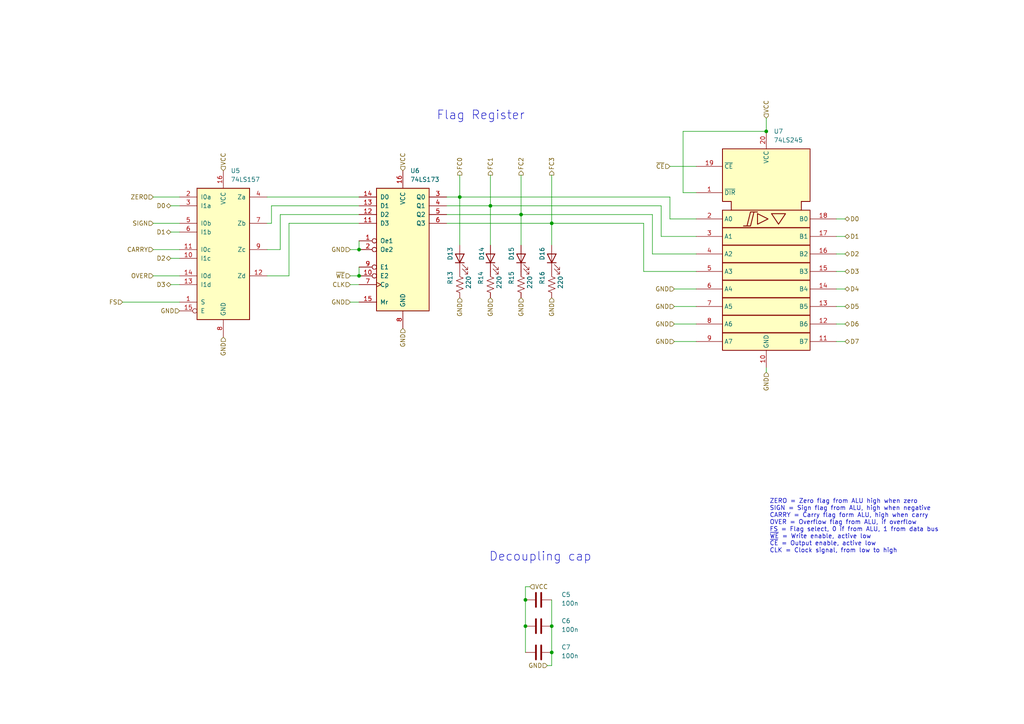
<source format=kicad_sch>
(kicad_sch (version 20250114) (generator "eeschema") (generator_version "9.0")
  (paper "A4")
  (title_block (title "Flag Register") (date "2025-11-29") (rev "1.0") (company "Marco Vettigli"))
  (lib_symbols
    (symbol "74xx:74LS157" (pin_names (offset 1.016))
      (property "Reference" "U" (at -7.62 19.05 0))
      (property "Value" "74LS157" (at -7.62 -21.59 0))
      (symbol "74LS157_1_0"
        (pin input line (at -12.7 15.24 0) (length 5.08) (name "I0a") (number "2"))
        (pin input line (at -12.7 12.7 0) (length 5.08) (name "I1a") (number "3"))
        (pin input line (at -12.7 7.62 0) (length 5.08) (name "I0b") (number "5"))
        (pin input line (at -12.7 5.08 0) (length 5.08) (name "I1b") (number "6"))
        (pin input line (at -12.7 0 0) (length 5.08) (name "I0c") (number "11"))
        (pin input line (at -12.7 -2.54 0) (length 5.08) (name "I1c") (number "10"))
        (pin input line (at -12.7 -7.62 0) (length 5.08) (name "I0d") (number "14"))
        (pin input line (at -12.7 -10.16 0) (length 5.08) (name "I1d") (number "13"))
        (pin input line (at -12.7 -15.24 0) (length 5.08) (name "S") (number "1"))
        (pin input inverted (at -12.7 -17.78 0) (length 5.08) (name "E") (number "15"))
        (pin power_in line (at 0 22.86 270) (length 5.08) (name "VCC") (number "16"))
        (pin power_in line (at 0 -25.4 90) (length 5.08) (name "GND") (number "8"))
        (pin output line (at 12.7 15.24 180) (length 5.08) (name "Za") (number "4"))
        (pin output line (at 12.7 7.62 180) (length 5.08) (name "Zb") (number "7"))
        (pin output line (at 12.7 0 180) (length 5.08) (name "Zc") (number "9"))
        (pin output line (at 12.7 -7.62 180) (length 5.08) (name "Zd") (number "12"))
      )
      (symbol "74LS157_1_1"
        (rectangle (start -7.62 17.78) (end 7.62 -20.32) (stroke (width 0.254)) (fill (type background)))
      )
    )
    (symbol "74xx:74LS173" (pin_names (offset 1.016))
      (property "Reference" "U" (at -7.62 19.05 0))
      (property "Value" "74LS173" (at -7.62 -19.05 0))
      (symbol "74LS173_1_0"
        (pin input line (at -12.7 15.24 0) (length 5.08) (name "D0") (number "14"))
        (pin input line (at -12.7 12.7 0) (length 5.08) (name "D1") (number "13"))
        (pin input line (at -12.7 10.16 0) (length 5.08) (name "D2") (number "12"))
        (pin input line (at -12.7 7.62 0) (length 5.08) (name "D3") (number "11"))
        (pin input inverted (at -12.7 2.54 0) (length 5.08) (name "Oe1") (number "1"))
        (pin input inverted (at -12.7 0 0) (length 5.08) (name "Oe2") (number "2"))
        (pin input inverted (at -12.7 -5.08 0) (length 5.08) (name "E1") (number "9"))
        (pin input inverted (at -12.7 -7.62 0) (length 5.08) (name "E2") (number "10"))
        (pin input clock (at -12.7 -10.16 0) (length 5.08) (name "Cp") (number "7"))
        (pin input line (at -12.7 -15.24 0) (length 5.08) (name "Mr") (number "15"))
        (pin power_in line (at 0 22.86 270) (length 5.08) (name "VCC") (number "16"))
        (pin power_in line (at 0 -22.86 90) (length 5.08) (name "GND") (number "8"))
        (pin tri_state line (at 12.7 15.24 180) (length 5.08) (name "Q0") (number "3"))
        (pin tri_state line (at 12.7 12.7 180) (length 5.08) (name "Q1") (number "4"))
        (pin tri_state line (at 12.7 10.16 180) (length 5.08) (name "Q2") (number "5"))
        (pin tri_state line (at 12.7 7.62 180) (length 5.08) (name "Q3") (number "6"))
      )
      (symbol "74LS173_1_1"
        (rectangle (start -7.62 17.78) (end 7.62 -17.78) (stroke (width 0.254)) (fill (type background)))
      )
    )
    (symbol "74xx_IEEE:74LS245"
      (property "Reference" "U" (at 15.24 25.4 0))
      (property "Value" "74LS245" (at 5.08 -30.48 0))
      (symbol "74LS245_0_0"
        (polyline (pts (xy -6.604 10.668) (xy -4.572 10.668) (xy -3.556 14.732) (xy -2.54 14.732) (xy -4.572 14.732) (xy -5.588 10.668) (xy -5.588 10.668)) (stroke (width 0.254)) (fill (type background)))
        (polyline (pts (xy -2.54 14.224) (xy -2.54 11.176) (xy 0.508 12.7) (xy -2.54 14.224) (xy -2.54 14.224)) (stroke (width 0.254)) (fill (type background)))
        (polyline (pts (xy 1.524 14.224) (xy 5.588 14.224) (xy 3.556 11.176) (xy 1.524 14.224) (xy 1.524 14.224)) (stroke (width 0.254)) (fill (type background)))
        (pin power_in line (at 0 38.1 270) (length 5.08) (name "VCC") (number "20"))
        (pin power_in line (at 0 -30.48 90) (length 5.08) (name "GND") (number "10"))
      )
      (symbol "74LS245_0_1"
        (rectangle (start -12.7 15.24) (end 12.7 10.16) (stroke (width 0.254)) (fill (type background)))
        (rectangle (start -12.7 10.16) (end 12.7 5.08) (stroke (width 0.254)) (fill (type background)))
        (rectangle (start -12.7 5.08) (end 12.7 0) (stroke (width 0.254)) (fill (type background)))
        (rectangle (start -12.7 0) (end 12.7 -5.08) (stroke (width 0.254)) (fill (type background)))
        (rectangle (start -12.7 -5.08) (end 12.7 -10.16) (stroke (width 0.254)) (fill (type background)))
        (rectangle (start -12.7 -10.16) (end 12.7 -15.24) (stroke (width 0.254)) (fill (type background)))
        (rectangle (start -12.7 -15.24) (end 12.7 -20.32) (stroke (width 0.254)) (fill (type background)))
        (rectangle (start -12.7 -20.32) (end 12.7 -25.4) (stroke (width 0.254)) (fill (type background)))
        (polyline (pts (xy -10.16 15.24) (xy -10.16 17.78) (xy -12.7 17.78) (xy -12.7 33.02) (xy 12.7 33.02) (xy 12.7 17.78) (xy 10.16 17.78) (xy 10.16 15.24) (xy 10.16 15.24)) (stroke (width 0.254)) (fill (type background)))
      )
      (symbol "74LS245_1_1"
        (pin input line (at -20.32 27.94 0) (length 7.62) (name "~{CE}") (number "19"))
        (pin input line (at -20.32 20.32 0) (length 7.62) (name "~{DIR}") (number "1"))
        (pin tri_state line (at -20.32 12.7 0) (length 7.62) (name "A0") (number "2"))
        (pin tri_state line (at -20.32 7.62 0) (length 7.62) (name "A1") (number "3"))
        (pin tri_state line (at -20.32 2.54 0) (length 7.62) (name "A2") (number "4"))
        (pin tri_state line (at -20.32 -2.54 0) (length 7.62) (name "A3") (number "5"))
        (pin tri_state line (at -20.32 -7.62 0) (length 7.62) (name "A4") (number "6"))
        (pin tri_state line (at -20.32 -12.7 0) (length 7.62) (name "A5") (number "7"))
        (pin tri_state line (at -20.32 -17.78 0) (length 7.62) (name "A6") (number "8"))
        (pin tri_state line (at -20.32 -22.86 0) (length 7.62) (name "A7") (number "9"))
        (pin tri_state line (at 20.32 12.7 180) (length 7.62) (name "B0") (number "18"))
        (pin tri_state line (at 20.32 7.62 180) (length 7.62) (name "B1") (number "17"))
        (pin tri_state line (at 20.32 2.54 180) (length 7.62) (name "B2") (number "16"))
        (pin tri_state line (at 20.32 -2.54 180) (length 7.62) (name "B3") (number "15"))
        (pin tri_state line (at 20.32 -7.62 180) (length 7.62) (name "B4") (number "14"))
        (pin tri_state line (at 20.32 -12.7 180) (length 7.62) (name "B5") (number "13"))
        (pin tri_state line (at 20.32 -17.78 180) (length 7.62) (name "B6") (number "12"))
        (pin tri_state line (at 20.32 -22.86 180) (length 7.62) (name "B7") (number "11"))
      )
    )
    (symbol "Device:C" (pin_numbers (hide yes)) (pin_names (offset 0.254))
      (property "Reference" "C" (at 0.635 2.54 0))
      (property "Value" "C" (at 0.635 -2.54 0))
      (symbol "C_0_1"
        (polyline (pts (xy -2.032 0.762) (xy 2.032 0.762)) (stroke (width 0.508)))
        (polyline (pts (xy -2.032 -0.762) (xy 2.032 -0.762)) (stroke (width 0.508)))
      )
      (symbol "C_1_1"
        (pin passive line (at 0 3.81 270) (length 2.794) (name "~") (number "1"))
        (pin passive line (at 0 -3.81 90) (length 2.794) (name "~") (number "2"))
      )
    )
    (symbol "Device:LED" (pin_numbers (hide yes)) (pin_names (offset 1.016) (hide yes))
      (property "Reference" "D" (at 0 2.54 0))
      (property "Value" "LED" (at 0 -2.54 0))
      (symbol "LED_0_1"
        (polyline (pts (xy -3.048 -0.762) (xy -4.572 -2.286) (xy -3.81 -2.286) (xy -4.572 -2.286) (xy -4.572 -1.524)))
        (polyline (pts (xy -1.778 -0.762) (xy -3.302 -2.286) (xy -2.54 -2.286) (xy -3.302 -2.286) (xy -3.302 -1.524)))
        (polyline (pts (xy -1.27 0) (xy 1.27 0)))
        (polyline (pts (xy -1.27 -1.27) (xy -1.27 1.27)) (stroke (width 0.254)))
        (polyline (pts (xy 1.27 -1.27) (xy 1.27 1.27) (xy -1.27 0) (xy 1.27 -1.27)) (stroke (width 0.254)))
      )
      (symbol "LED_1_1"
        (pin passive line (at -3.81 0 0) (length 2.54) (name "K") (number "1"))
        (pin passive line (at 3.81 0 180) (length 2.54) (name "A") (number "2"))
      )
    )
    (symbol "Device:R_US" (pin_numbers (hide yes)) (pin_names (offset 0))
      (property "Reference" "R" (at 2.54 0 90))
      (property "Value" "R_US" (at -2.54 0 90))
      (symbol "R_US_0_1"
        (polyline (pts (xy 0 2.286) (xy 0 2.54)))
        (polyline (pts (xy 0 2.286) (xy 1.016 1.905) (xy 0 1.524) (xy -1.016 1.143) (xy 0 0.762)))
        (polyline (pts (xy 0 0.762) (xy 1.016 0.381) (xy 0 0) (xy -1.016 -0.381) (xy 0 -0.762)))
        (polyline (pts (xy 0 -0.762) (xy 1.016 -1.143) (xy 0 -1.524) (xy -1.016 -1.905) (xy 0 -2.286)))
        (polyline (pts (xy 0 -2.286) (xy 0 -2.54)))
      )
      (symbol "R_US_1_1"
        (pin passive line (at 0 3.81 270) (length 1.27) (name "~") (number "1"))
        (pin passive line (at 0 -3.81 90) (length 1.27) (name "~") (number "2"))
      )
    )
  )
  (text "Decoupling cap" (at 156.718 161.544 0) (effects (font (size 2.54 2.54))))
  (text "Flag Register" (at 139.446 33.528 0) (effects (font (size 2.54 2.54))))
  (text_box "ZERO = Zero flag from ALU high when zero\nSIGN = Sign flag from ALU, high when negative\nCARRY = Carry flag form ALU, high when carry\nOVER = Overflow flag from ALU, if overflow\nFS = Flag select, 0 if from ALU, 1 from data bus \n~{WE} = Write enable, active low\n~{CE} = Output enable, active low\nCLK = Clock signal, from low to high" (at 222.25 143.51 0) (size 57.15 19.05) (margins 0.9525 0.9525 0.9525 0.9525) (stroke (width -0.0001)) (effects (font (size 1.27 1.27)) (justify left top)))
  (junction (at 152.4 181.61))
  (junction (at 160.02 64.77))
  (junction (at 104.14 72.39))
  (junction (at 160.02 181.61))
  (junction (at 104.14 80.01))
  (junction (at 160.02 189.23))
  (junction (at 222.25 38.1))
  (junction (at 142.24 59.69))
  (junction (at 152.4 173.99))
  (junction (at 151.13 62.23))
  (junction (at 133.35 57.15))
  (wire (pts (xy 77.47 57.15) (xy 104.14 57.15)))
  (wire (pts (xy 151.13 50.8) (xy 151.13 62.23)))
  (wire (pts (xy 195.58 99.06) (xy 201.93 99.06)))
  (wire (pts (xy 44.45 72.39) (xy 52.07 72.39)))
  (wire (pts (xy 129.54 62.23) (xy 151.13 62.23)))
  (wire (pts (xy 152.4 181.61) (xy 152.4 189.23)))
  (wire (pts (xy 81.28 62.23) (xy 104.14 62.23)))
  (wire (pts (xy 129.54 59.69) (xy 142.24 59.69)))
  (wire (pts (xy 189.23 73.66) (xy 201.93 73.66)))
  (wire (pts (xy 152.4 173.99) (xy 152.4 181.61)))
  (wire (pts (xy 101.6 87.63) (xy 104.14 87.63)))
  (wire (pts (xy 77.47 80.01) (xy 83.82 80.01)))
  (wire (pts (xy 222.25 106.68) (xy 222.25 107.95)))
  (wire (pts (xy 160.02 181.61) (xy 160.02 189.23)))
  (wire (pts (xy 189.23 62.23) (xy 189.23 73.66)))
  (wire (pts (xy 242.57 83.82) (xy 245.11 83.82)))
  (wire (pts (xy 242.57 68.58) (xy 245.11 68.58)))
  (wire (pts (xy 194.31 48.26) (xy 201.93 48.26)))
  (wire (pts (xy 153.67 170.18) (xy 152.4 170.18)))
  (wire (pts (xy 222.25 34.29) (xy 222.25 38.1)))
  (wire (pts (xy 49.53 74.93) (xy 52.07 74.93)))
  (wire (pts (xy 133.35 57.15) (xy 194.31 57.15)))
  (wire (pts (xy 104.14 69.85) (xy 104.14 72.39)))
  (wire (pts (xy 191.77 59.69) (xy 191.77 68.58)))
  (wire (pts (xy 101.6 72.39) (xy 104.14 72.39)))
  (wire (pts (xy 195.58 93.98) (xy 201.93 93.98)))
  (wire (pts (xy 160.02 50.8) (xy 160.02 64.77)))
  (wire (pts (xy 160.02 64.77) (xy 186.69 64.77)))
  (wire (pts (xy 194.31 63.5) (xy 201.93 63.5)))
  (wire (pts (xy 194.31 57.15) (xy 194.31 63.5)))
  (wire (pts (xy 186.69 64.77) (xy 186.69 78.74)))
  (wire (pts (xy 101.6 82.55) (xy 104.14 82.55)))
  (wire (pts (xy 83.82 80.01) (xy 83.82 64.77)))
  (wire (pts (xy 52.07 59.69) (xy 49.53 59.69)))
  (wire (pts (xy 142.24 59.69) (xy 191.77 59.69)))
  (wire (pts (xy 44.45 80.01) (xy 52.07 80.01)))
  (wire (pts (xy 83.82 64.77) (xy 104.14 64.77)))
  (wire (pts (xy 222.25 38.1) (xy 198.12 38.1)))
  (wire (pts (xy 78.74 59.69) (xy 78.74 64.77)))
  (wire (pts (xy 77.47 72.39) (xy 81.28 72.39)))
  (wire (pts (xy 195.58 83.82) (xy 201.93 83.82)))
  (wire (pts (xy 242.57 88.9) (xy 245.11 88.9)))
  (wire (pts (xy 133.35 50.8) (xy 133.35 57.15)))
  (wire (pts (xy 129.54 57.15) (xy 133.35 57.15)))
  (wire (pts (xy 44.45 57.15) (xy 52.07 57.15)))
  (wire (pts (xy 78.74 64.77) (xy 77.47 64.77)))
  (wire (pts (xy 195.58 88.9) (xy 201.93 88.9)))
  (wire (pts (xy 242.57 93.98) (xy 245.11 93.98)))
  (wire (pts (xy 81.28 72.39) (xy 81.28 62.23)))
  (wire (pts (xy 198.12 55.88) (xy 201.93 55.88)))
  (wire (pts (xy 152.4 170.18) (xy 152.4 173.99)))
  (wire (pts (xy 49.53 82.55) (xy 52.07 82.55)))
  (wire (pts (xy 191.77 68.58) (xy 201.93 68.58)))
  (wire (pts (xy 151.13 62.23) (xy 189.23 62.23)))
  (wire (pts (xy 35.56 87.63) (xy 52.07 87.63)))
  (wire (pts (xy 151.13 62.23) (xy 151.13 71.12)))
  (wire (pts (xy 242.57 99.06) (xy 245.11 99.06)))
  (wire (pts (xy 101.6 80.01) (xy 104.14 80.01)))
  (wire (pts (xy 104.14 77.47) (xy 104.14 80.01)))
  (wire (pts (xy 242.57 73.66) (xy 245.11 73.66)))
  (wire (pts (xy 142.24 59.69) (xy 142.24 71.12)))
  (wire (pts (xy 158.75 193.04) (xy 160.02 193.04)))
  (wire (pts (xy 78.74 59.69) (xy 104.14 59.69)))
  (wire (pts (xy 160.02 64.77) (xy 160.02 71.12)))
  (wire (pts (xy 242.57 63.5) (xy 245.11 63.5)))
  (wire (pts (xy 242.57 78.74) (xy 245.11 78.74)))
  (wire (pts (xy 160.02 189.23) (xy 160.02 193.04)))
  (wire (pts (xy 160.02 173.99) (xy 160.02 181.61)))
  (wire (pts (xy 129.54 64.77) (xy 160.02 64.77)))
  (wire (pts (xy 186.69 78.74) (xy 201.93 78.74)))
  (wire (pts (xy 142.24 50.8) (xy 142.24 59.69)))
  (wire (pts (xy 49.53 67.31) (xy 52.07 67.31)))
  (wire (pts (xy 198.12 38.1) (xy 198.12 55.88)))
  (wire (pts (xy 133.35 57.15) (xy 133.35 71.12)))
  (wire (pts (xy 44.45 64.77) (xy 52.07 64.77)))
  (hierarchical_label "GND" (shape input) (at 158.75 193.04 180))
  (hierarchical_label "OVER" (shape input) (at 44.45 80.01 180))
  (hierarchical_label "D1" (shape tri_state) (at 245.11 68.58 0))
  (hierarchical_label "D7" (shape tri_state) (at 245.11 99.06 0))
  (hierarchical_label "GND" (shape input) (at 195.58 83.82 180))
  (hierarchical_label "D5" (shape tri_state) (at 245.11 88.9 0))
  (hierarchical_label "~{CE}" (shape input) (at 194.31 48.26 180))
  (hierarchical_label "D0" (shape tri_state) (at 49.53 59.69 180))
  (hierarchical_label "GND" (shape input) (at 195.58 88.9 180))
  (hierarchical_label "ZERO" (shape input) (at 44.45 57.15 180))
  (hierarchical_label "GND" (shape input) (at 222.25 107.95 270))
  (hierarchical_label "GND" (shape input) (at 151.13 86.36 270))
  (hierarchical_label "FC2" (shape output) (at 151.13 50.8 90))
  (hierarchical_label "D2" (shape tri_state) (at 245.11 73.66 0))
  (hierarchical_label "D2" (shape tri_state) (at 49.53 74.93 180))
  (hierarchical_label "GND" (shape input) (at 116.84 95.25 270))
  (hierarchical_label "~{WE}" (shape input) (at 101.6 80.01 180))
  (hierarchical_label "GND" (shape input) (at 64.77 97.79 270))
  (hierarchical_label "GND" (shape input) (at 52.07 90.17 180))
  (hierarchical_label "GND" (shape input) (at 160.02 86.36 270))
  (hierarchical_label "D1" (shape tri_state) (at 49.53 67.31 180))
  (hierarchical_label "VCC" (shape input) (at 116.84 49.53 90))
  (hierarchical_label "D6" (shape tri_state) (at 245.11 93.98 0))
  (hierarchical_label "VCC" (shape input) (at 222.25 34.29 90))
  (hierarchical_label "GND" (shape input) (at 101.6 87.63 180))
  (hierarchical_label "SIGN" (shape input) (at 44.45 64.77 180))
  (hierarchical_label "FC3" (shape output) (at 160.02 50.8 90))
  (hierarchical_label "D3" (shape tri_state) (at 49.53 82.55 180))
  (hierarchical_label "GND" (shape input) (at 101.6 72.39 180))
  (hierarchical_label "VCC" (shape input) (at 153.67 170.18 0))
  (hierarchical_label "VCC" (shape input) (at 64.77 49.53 90))
  (hierarchical_label "D3" (shape tri_state) (at 245.11 78.74 0))
  (hierarchical_label "GND" (shape input) (at 195.58 93.98 180))
  (hierarchical_label "CARRY" (shape input) (at 44.45 72.39 180))
  (hierarchical_label "FC1" (shape output) (at 142.24 50.8 90))
  (hierarchical_label "GND" (shape input) (at 142.24 86.36 270))
  (hierarchical_label "FS" (shape input) (at 35.56 87.63 180))
  (hierarchical_label "D4" (shape tri_state) (at 245.11 83.82 0))
  (hierarchical_label "D0" (shape tri_state) (at 245.11 63.5 0))
  (hierarchical_label "GND" (shape input) (at 195.58 99.06 180))
  (hierarchical_label "GND" (shape input) (at 133.35 86.36 270))
  (hierarchical_label "FC0" (shape output) (at 133.35 50.8 90))
  (hierarchical_label "CLK" (shape input) (at 101.6 82.55 180))
  (symbol (lib_id "Device:C") (at 156.21 173.99 90) (unit 1)
    (property "Reference" "C5" (at 162.814 172.466 90) (effects (justify right)))
    (property "Value" "100n" (at 162.814 175.006 90) (effects (justify right)))
    (property "Footprint" "Capacitor_THT:C_Disc_D3.0mm_W1.6mm_P2.50mm" (effects (hide yes)))
    (property "Description" "Unpolarized capacitor" (effects (hide yes)))
  )
  (symbol (lib_id "Device:LED") (at 160.02 74.93 90) (unit 1)
    (property "Reference" "D16" (at 157.226 71.628 0) (effects (justify right)))
    (property "Value" "ORA" (effects (hide yes)))
    (property "Footprint" "LED_THT:LED_D3.0mm" (effects (hide yes)))
    (property "Description" "Light emitting diode" (effects (hide yes)))
    (property "Sim.Pins" "1=K 2=A" (effects (hide yes)))
  )
  (symbol (lib_id "Device:LED") (at 133.35 74.93 90) (unit 1)
    (property "Reference" "D13" (at 130.556 71.628 0) (effects (justify right)))
    (property "Value" "ORA" (effects (hide yes)))
    (property "Footprint" "LED_THT:LED_D3.0mm" (effects (hide yes)))
    (property "Description" "Light emitting diode" (effects (hide yes)))
    (property "Sim.Pins" "1=K 2=A" (effects (hide yes)))
  )
  (symbol (lib_id "Device:C") (at 156.21 181.61 90) (unit 1)
    (property "Reference" "C6" (at 162.814 180.086 90) (effects (justify right)))
    (property "Value" "100n" (at 162.814 182.626 90) (effects (justify right)))
    (property "Footprint" "Capacitor_THT:C_Disc_D3.0mm_W1.6mm_P2.50mm" (effects (hide yes)))
    (property "Description" "Unpolarized capacitor" (effects (hide yes)))
  )
  (symbol (lib_id "Device:R_US") (at 133.35 82.55 0) (unit 1)
    (property "Reference" "R13" (at 130.556 82.55 90) (effects (justify left)))
    (property "Value" "220" (at 135.89 83.8199 90) (effects (justify left)))
    (property "Footprint" "Resistor_THT:R_Axial_DIN0207_L6.3mm_D2.5mm_P10.16mm_Horizontal" (effects (hide yes)))
    (property "Description" "Resistor, US symbol" (effects (hide yes)))
  )
  (symbol (lib_id "Device:R_US") (at 160.02 82.55 0) (unit 1)
    (property "Reference" "R16" (at 157.226 82.55 90) (effects (justify left)))
    (property "Value" "220" (at 162.56 83.8199 90) (effects (justify left)))
    (property "Footprint" "Resistor_THT:R_Axial_DIN0207_L6.3mm_D2.5mm_P10.16mm_Horizontal" (effects (hide yes)))
    (property "Description" "Resistor, US symbol" (effects (hide yes)))
  )
  (symbol (lib_id "74xx:74LS157") (at 64.77 72.39 0) (unit 1)
    (property "Reference" "U5" (at 66.9133 49.53 0) (effects (justify left)))
    (property "Value" "74LS157" (at 66.9133 52.07 0) (effects (justify left)))
    (property "Footprint" "Package_DIP:DIP-16_W7.62mm" (effects (hide yes)))
    (property "Datasheet" "http://www.ti.com/lit/gpn/sn74LS157" (effects (hide yes)))
    (property "Description" "Quad 2 to 1 line Multiplexer" (effects (hide yes)))
  )
  (symbol (lib_id "Device:LED") (at 142.24 74.93 90) (unit 1)
    (property "Reference" "D14" (at 139.7 71.628 0) (effects (justify right)))
    (property "Value" "ORA" (effects (hide yes)))
    (property "Footprint" "LED_THT:LED_D3.0mm" (effects (hide yes)))
    (property "Description" "Light emitting diode" (effects (hide yes)))
    (property "Sim.Pins" "1=K 2=A" (effects (hide yes)))
  )
  (symbol (lib_id "Device:LED") (at 151.13 74.93 90) (unit 1)
    (property "Reference" "D15" (at 148.336 71.628 0) (effects (justify right)))
    (property "Value" "ORA" (effects (hide yes)))
    (property "Footprint" "LED_THT:LED_D3.0mm" (effects (hide yes)))
    (property "Description" "Light emitting diode" (effects (hide yes)))
    (property "Sim.Pins" "1=K 2=A" (effects (hide yes)))
  )
  (symbol (lib_id "Device:R_US") (at 151.13 82.55 0) (unit 1)
    (property "Reference" "R15" (at 148.336 82.55 90) (effects (justify left)))
    (property "Value" "220" (at 153.67 83.8199 90) (effects (justify left)))
    (property "Footprint" "Resistor_THT:R_Axial_DIN0207_L6.3mm_D2.5mm_P10.16mm_Horizontal" (effects (hide yes)))
    (property "Description" "Resistor, US symbol" (effects (hide yes)))
  )
  (symbol (lib_id "74xx_IEEE:74LS245") (at 222.25 76.2 0) (unit 1)
    (property "Reference" "U7" (at 224.3933 38.1 0) (effects (justify left)))
    (property "Value" "74LS245" (at 224.3933 40.64 0) (effects (justify left)))
    (property "Footprint" "Package_DIP:DIP-20_W7.62mm" (effects (hide yes)))
  )
  (symbol (lib_id "Device:C") (at 156.21 189.23 90) (unit 1)
    (property "Reference" "C7" (at 162.814 187.706 90) (effects (justify right)))
    (property "Value" "100n" (at 162.814 190.246 90) (effects (justify right)))
    (property "Footprint" "Capacitor_THT:C_Disc_D3.0mm_W1.6mm_P2.50mm" (effects (hide yes)))
    (property "Description" "Unpolarized capacitor" (effects (hide yes)))
  )
  (symbol (lib_id "74xx:74LS173") (at 116.84 72.39 0) (unit 1)
    (property "Reference" "U6" (at 118.9833 49.53 0) (effects (justify left)))
    (property "Value" "74LS173" (at 118.9833 52.07 0) (effects (justify left)))
    (property "Footprint" "Package_DIP:DIP-16_W7.62mm" (effects (hide yes)))
    (property "Datasheet" "http://www.ti.com/lit/gpn/sn74LS173" (effects (hide yes)))
    (property "Description" "4-bit D-type Register, 3 state out" (effects (hide yes)))
  )
  (symbol (lib_id "Device:R_US") (at 142.24 82.55 0) (unit 1)
    (property "Reference" "R14" (at 139.446 82.55 90) (effects (justify left)))
    (property "Value" "220" (at 144.78 83.8199 90) (effects (justify left)))
    (property "Footprint" "Resistor_THT:R_Axial_DIN0207_L6.3mm_D2.5mm_P10.16mm_Horizontal" (effects (hide yes)))
    (property "Description" "Resistor, US symbol" (effects (hide yes)))
  )
)
</source>
